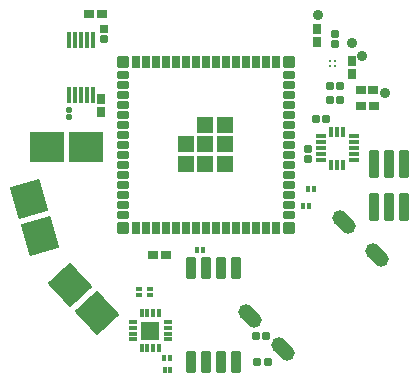
<source format=gts>
G04 Layer: TopSolderMaskLayer*
G04 Panelize: , Column: 1, Row: 1, Board Size: 35.35mm x 33.79mm, Panelized Board Size: 35.35mm x 33.79mm*
G04 EasyEDA v6.5.34, 2023-08-25 09:09:34*
G04 d93e2c1bc76747fc85efea62cec83403,9a4ed40c0dd746429eaf55b84663d2fb,10*
G04 Gerber Generator version 0.2*
G04 Scale: 100 percent, Rotated: No, Reflected: No *
G04 Dimensions in millimeters *
G04 leading zeros omitted , absolute positions ,4 integer and 5 decimal *
%FSLAX45Y45*%
%MOMM*%

%AMMACRO1*1,1,$1,$2,$3*1,1,$1,$4,$5*1,1,$1,0-$2,0-$3*1,1,$1,0-$4,0-$5*20,1,$1,$2,$3,$4,$5,0*20,1,$1,$4,$5,0-$2,0-$3,0*20,1,$1,0-$2,0-$3,0-$4,0-$5,0*20,1,$1,0-$4,0-$5,$2,$3,0*4,1,4,$2,$3,$4,$5,0-$2,0-$3,0-$4,0-$5,$2,$3,0*%
%AMMACRO2*1,1,$1,$2,$3*1,1,$1,$4,$5*20,1,$1,$2,$3,$4,$5,0*%
%AMMACRO3*4,1,4,-0.3023,-0.5016,-0.3023,0.5016,0.3023,0.5016,0.3023,-0.5016,-0.3023,-0.5016,0*%
%AMMACRO4*4,1,4,-0.301,-0.5016,-0.301,0.5016,0.301,0.5016,0.301,-0.5016,-0.301,-0.5016,0*%
%ADD10MACRO1,0.2032X-0.5999X0.5999X0.5999X0.5999*%
%ADD11C,0.9000*%
%ADD12MACRO2,1.3016X-0.3535X0.3535X0.3535X-0.3535*%
%ADD13MACRO1,0.1016X-0.0065X1.8398X1.8349X-0.1348*%
%ADD14MACRO1,0.1016X0.37X1.1X0.37X-1.1*%
%ADD15MACRO1,0.1016X1.35X-1.25X-1.35X-1.25*%
%ADD16MACRO1,0.1016X0.395X0.27X0.395X-0.27*%
%ADD17MACRO1,0.1016X-0.395X0.27X-0.395X-0.27*%
%ADD18MACRO1,0.1016X0.8294X1.6422X1.5737X-0.9531*%
%ADD19MACRO1,0.1016X0.8295X1.6422X1.5737X-0.9532*%
%ADD20MACRO1,0.1016X-0.2828X-0.27X-0.2828X0.27*%
%ADD21MACRO1,0.1016X0.2828X-0.27X0.2828X0.27*%
%ADD22C,0.3016*%
%ADD23MACRO1,0.2032X-0.4X0.4X0.4X0.4*%
%ADD24MACRO3*%
%ADD25MACRO4*%
%ADD26MACRO1,0.2032X-0.4001X0.4X0.4001X0.4*%
%ADD27MACRO1,0.2032X-0.4001X0.2X0.4001X0.2*%
%ADD28MACRO1,0.2032X-0.4X0.2X0.4X0.2*%
%ADD29O,0.9015984X0.38160960000000005*%
%ADD30O,0.38160960000000005X0.9015984*%
%ADD31MACRO1,0.1016X-0.3556X0.8703X0.3556X0.8703*%
%ADD32MACRO1,0.1016X-0.27X0.2828X0.27X0.2828*%
%ADD33MACRO1,0.1016X-0.27X-0.2828X0.27X-0.2828*%
%ADD34MACRO1,0.1016X0.162X-0.1516X-0.162X-0.1516*%
%ADD35MACRO1,0.1016X0.162X0.1516X-0.162X0.1516*%
%ADD36MACRO1,0.1016X0.1516X0.162X0.1516X-0.162*%
%ADD37MACRO1,0.1016X-0.1516X0.162X-0.1516X-0.162*%
%ADD38MACRO1,0.1016X-0.1516X-0.162X-0.1516X0.162*%
%ADD39MACRO1,0.1016X0.1516X-0.162X0.1516X0.162*%
%ADD40MACRO1,0.1016X0.27X-0.2828X-0.27X-0.2828*%
%ADD41MACRO1,0.1016X0.27X0.2828X-0.27X0.2828*%
%ADD42R,0.6416X0.6673*%
%ADD43MACRO1,0.1016X0.162X-0.1842X-0.162X-0.1842*%
%ADD44MACRO1,0.1016X0.162X0.1842X-0.162X0.1842*%
%ADD45MACRO1,0.1016X0.3X0.125X0.3X-0.125*%
%ADD46MACRO1,0.1016X-0.125X0.3X0.125X0.3*%
%ADD47MACRO1,0.1016X-0.3X-0.125X-0.3X0.125*%
%ADD48MACRO1,0.1016X0.125X-0.3X-0.125X-0.3*%
%ADD49MACRO1,0.1016X0.75X-0.75X-0.75X-0.75*%
%ADD50MACRO1,0.1016X0.27X-0.395X-0.27X-0.395*%
%ADD51MACRO1,0.1016X0.27X0.395X-0.27X0.395*%
%ADD52MACRO1,0.1016X-0.395X-0.27X-0.395X0.27*%
%ADD53MACRO1,0.1016X0.395X-0.27X0.395X0.27*%
%ADD54MACRO1,0.03X-0.15X0.65X0.15X0.65*%
%ADD55MACRO1,0.1016X-0.15X0.65X0.15X0.65*%
%ADD56C,0.0143*%

%LPD*%
D10*
G01*
X-734824Y124091D03*
G01*
X-734824Y289090D03*
G01*
X-569826Y289090D03*
G01*
X-569826Y124091D03*
G01*
X-569826Y-40906D03*
G01*
X-734824Y-40906D03*
G01*
X-899822Y-40906D03*
G01*
X-899822Y124091D03*
D11*
G01*
X790674Y562470D03*
G01*
X594611Y876236D03*
D12*
G01*
X435861Y-530593D03*
G01*
X718690Y-813447D03*
G01*
X-358904Y-1325359D03*
G01*
X-76075Y-1608213D03*
D11*
G01*
X506600Y986142D03*
G01*
X223161Y1223962D03*
D13*
G01*
X-1876393Y-1063260D03*
G01*
X-1649492Y-1306581D03*
D14*
G01*
X950465Y-41602D03*
G01*
X950465Y-401601D03*
G01*
X823465Y-41602D03*
G01*
X823465Y-401601D03*
G01*
X696465Y-41602D03*
G01*
X696465Y-401601D03*
D15*
G01*
X-1746296Y99775D03*
G01*
X-2078996Y99775D03*
D16*
G01*
X-1716110Y1227025D03*
D17*
G01*
X-1607098Y1227025D03*
D18*
G01*
X-2225846Y-334788D03*
D19*
G01*
X-2134142Y-654597D03*
D20*
G01*
X405433Y497141D03*
D21*
G01*
X318867Y497141D03*
D20*
G01*
X405179Y618553D03*
D21*
G01*
X318613Y618553D03*
D22*
G01*
X322602Y832345D03*
G01*
X362582Y832345D03*
G01*
X322602Y792365D03*
G01*
X362582Y792365D03*
D23*
G01*
X-1429306Y820224D03*
D24*
G01*
X-1324358Y820178D03*
G01*
X-1239268Y820178D03*
D25*
G01*
X-1154305Y820178D03*
D24*
G01*
X-1069342Y820178D03*
G01*
X-984252Y820178D03*
D25*
G01*
X-899289Y820178D03*
D24*
G01*
X-814326Y820178D03*
D25*
G01*
X-644273Y820178D03*
G01*
X-729363Y820178D03*
D24*
G01*
X-559310Y820178D03*
D25*
G01*
X-474347Y820178D03*
G01*
X-389257Y820178D03*
D24*
G01*
X-304294Y820178D03*
D25*
G01*
X-219331Y820178D03*
G01*
X-134241Y820178D03*
D26*
G01*
X-29309Y820224D03*
D27*
G01*
X-29309Y715220D03*
G01*
X-29309Y630232D03*
G01*
X-29309Y545218D03*
G01*
X-29309Y460230D03*
G01*
X-29309Y375216D03*
G01*
X-29309Y290228D03*
G01*
X-29309Y205214D03*
G01*
X-29309Y120225D03*
G01*
X-29309Y35237D03*
G01*
X-29309Y-49776D03*
G01*
X-29309Y-134764D03*
G01*
X-29309Y-219778D03*
G01*
X-29309Y-304766D03*
G01*
X-29309Y-389780D03*
G01*
X-29309Y-474769D03*
D26*
G01*
X-29309Y-579772D03*
D25*
G01*
X-134241Y-579869D03*
G01*
X-219331Y-579869D03*
D24*
G01*
X-304294Y-579869D03*
D25*
G01*
X-389257Y-579869D03*
G01*
X-474347Y-579869D03*
D24*
G01*
X-559310Y-579869D03*
D25*
G01*
X-644273Y-579869D03*
G01*
X-729363Y-579869D03*
D24*
G01*
X-814326Y-579869D03*
D25*
G01*
X-899289Y-579869D03*
D24*
G01*
X-984252Y-579869D03*
G01*
X-1069342Y-579869D03*
D25*
G01*
X-1154305Y-579869D03*
D24*
G01*
X-1239268Y-579869D03*
G01*
X-1324358Y-579869D03*
D23*
G01*
X-1429306Y-579772D03*
D28*
G01*
X-1429306Y-474769D03*
G01*
X-1429306Y-389780D03*
G01*
X-1429306Y-304766D03*
G01*
X-1429306Y-219778D03*
G01*
X-1429306Y-134764D03*
G01*
X-1429306Y-49776D03*
G01*
X-1429306Y35237D03*
G01*
X-1429306Y120225D03*
G01*
X-1429306Y205214D03*
G01*
X-1429306Y290228D03*
G01*
X-1429306Y375216D03*
G01*
X-1429306Y460230D03*
G01*
X-1429306Y545218D03*
G01*
X-1429306Y715220D03*
G01*
X-1429306Y630232D03*
D29*
G01*
X522348Y-7861D03*
G01*
X522348Y42151D03*
G01*
X522348Y92138D03*
G01*
X522348Y142151D03*
G01*
X522348Y192138D03*
D30*
G01*
X432330Y232143D03*
G01*
X382343Y232143D03*
G01*
X332331Y232143D03*
D29*
G01*
X242338Y192138D03*
G01*
X242338Y142151D03*
G01*
X242338Y92138D03*
G01*
X242338Y42151D03*
G01*
X242338Y-7861D03*
D30*
G01*
X332331Y-47840D03*
G01*
X382343Y-47840D03*
G01*
X432330Y-47840D03*
D31*
G01*
X-858827Y-1717725D03*
G01*
X-731827Y-1717725D03*
G01*
X-604827Y-1717725D03*
G01*
X-477827Y-1717725D03*
G01*
X-477827Y-918667D03*
G01*
X-604827Y-918667D03*
G01*
X-731827Y-918667D03*
G01*
X-858827Y-918667D03*
D20*
G01*
X-206907Y-1713483D03*
D21*
G01*
X-293472Y-1713483D03*
D20*
G01*
X-222655Y-1497583D03*
D21*
G01*
X-309220Y-1497583D03*
D32*
G01*
X365503Y976412D03*
D33*
G01*
X365503Y1062978D03*
D34*
G01*
X-1295336Y-1103652D03*
D35*
G01*
X-1295336Y-1151963D03*
D34*
G01*
X-1201356Y-1101366D03*
D35*
G01*
X-1201356Y-1149677D03*
D36*
G01*
X-801448Y-769556D03*
D37*
G01*
X-753137Y-769556D03*
D38*
G01*
X-1031913Y-1681274D03*
D39*
G01*
X-1080223Y-1681274D03*
D38*
G01*
X-1031659Y-1782366D03*
D39*
G01*
X-1079969Y-1782366D03*
D38*
G01*
X143278Y-396354D03*
D39*
G01*
X94968Y-396354D03*
D38*
G01*
X185445Y-253745D03*
D39*
G01*
X137134Y-253745D03*
D16*
G01*
X580440Y453199D03*
D17*
G01*
X689452Y453199D03*
D20*
G01*
X286053Y340931D03*
D21*
G01*
X199487Y340931D03*
D40*
G01*
X135890Y84430D03*
D41*
G01*
X135890Y-2134D03*
D16*
G01*
X579729Y588911D03*
D17*
G01*
X688741Y588911D03*
D42*
G01*
X-1594538Y1104709D03*
D41*
G01*
X-1594548Y1018134D03*
D43*
G01*
X-1890204Y412945D03*
D44*
G01*
X-1890204Y358101D03*
D45*
G01*
X-1049075Y-1526506D03*
G01*
X-1049073Y-1476507D03*
G01*
X-1049075Y-1426507D03*
G01*
X-1049075Y-1376507D03*
D46*
G01*
X-1124277Y-1301658D03*
G01*
X-1174277Y-1301658D03*
G01*
X-1224277Y-1301661D03*
G01*
X-1274277Y-1301658D03*
D47*
G01*
X-1349070Y-1376659D03*
G01*
X-1349070Y-1426659D03*
G01*
X-1349070Y-1476659D03*
G01*
X-1349072Y-1526506D03*
D48*
G01*
X-1274277Y-1601657D03*
G01*
X-1224277Y-1601660D03*
G01*
X-1174277Y-1601657D03*
G01*
X-1124277Y-1601657D03*
D49*
G01*
X-1199070Y-1451658D03*
D50*
G01*
X-1614169Y509419D03*
D51*
G01*
X-1614169Y400408D03*
D50*
G01*
X207261Y1101633D03*
D51*
G01*
X207261Y992621D03*
D52*
G01*
X-1068227Y-815022D03*
D53*
G01*
X-1177239Y-815022D03*
D50*
G01*
X506168Y830793D03*
D51*
G01*
X506168Y721781D03*
D54*
G01*
X-1889353Y540160D03*
G01*
X-1839366Y540161D03*
G01*
X-1789379Y540161D03*
G01*
X-1739366Y540161D03*
G01*
X-1689353Y540161D03*
D55*
G01*
X-1689379Y1010160D03*
G01*
X-1739366Y1010160D03*
G01*
X-1789353Y1010160D03*
G01*
X-1839366Y1010160D03*
G01*
X-1889378Y1010160D03*
M02*

</source>
